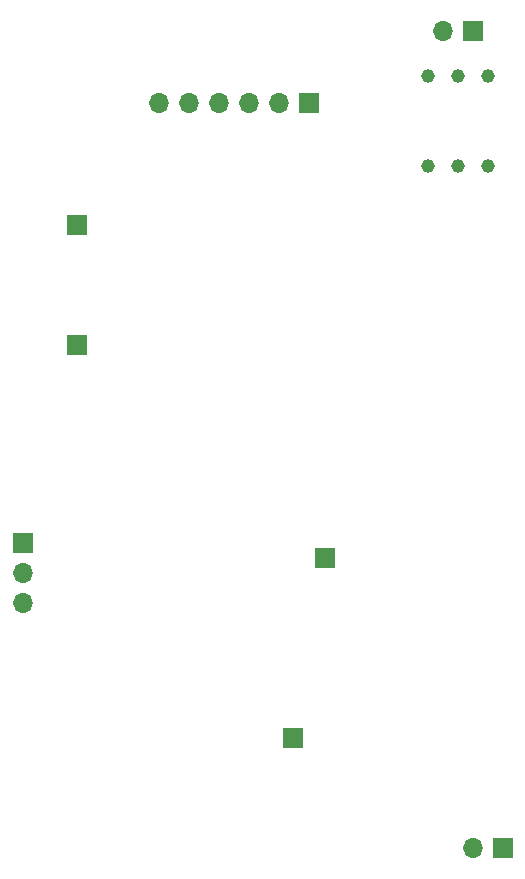
<source format=gbr>
%TF.GenerationSoftware,KiCad,Pcbnew,8.0.4*%
%TF.CreationDate,2024-08-18T15:43:04+02:00*%
%TF.ProjectId,megaboard-01,6d656761-626f-4617-9264-2d30312e6b69,rev?*%
%TF.SameCoordinates,Original*%
%TF.FileFunction,Soldermask,Bot*%
%TF.FilePolarity,Negative*%
%FSLAX46Y46*%
G04 Gerber Fmt 4.6, Leading zero omitted, Abs format (unit mm)*
G04 Created by KiCad (PCBNEW 8.0.4) date 2024-08-18 15:43:04*
%MOMM*%
%LPD*%
G01*
G04 APERTURE LIST*
%ADD10R,1.700000X1.700000*%
%ADD11O,1.700000X1.700000*%
%ADD12C,1.173000*%
G04 APERTURE END LIST*
D10*
%TO.C,J3*%
X126385000Y-105730000D03*
D11*
X126385000Y-108270000D03*
X126385000Y-110810000D03*
%TD*%
D10*
%TO.C,J2*%
X131000000Y-78840000D03*
%TD*%
%TO.C,J4*%
X149245000Y-122240000D03*
%TD*%
D12*
%TO.C,T1*%
X165790000Y-66145000D03*
X163250000Y-66145000D03*
X160710000Y-66145000D03*
X160710000Y-73765000D03*
X163250000Y-73765000D03*
X165790000Y-73765000D03*
%TD*%
D10*
%TO.C,J7*%
X167060000Y-131550000D03*
D11*
X164520000Y-131550000D03*
%TD*%
D10*
%TO.C,J8*%
X164520000Y-62335000D03*
D11*
X161980000Y-62335000D03*
%TD*%
D10*
%TO.C,J1*%
X131000000Y-89000000D03*
%TD*%
%TO.C,J5*%
X152000000Y-107000000D03*
%TD*%
%TO.C,J6*%
X150620000Y-68471250D03*
D11*
X148080000Y-68471250D03*
X145540000Y-68471250D03*
X143000000Y-68471250D03*
X140460000Y-68471250D03*
X137920000Y-68471250D03*
%TD*%
M02*

</source>
